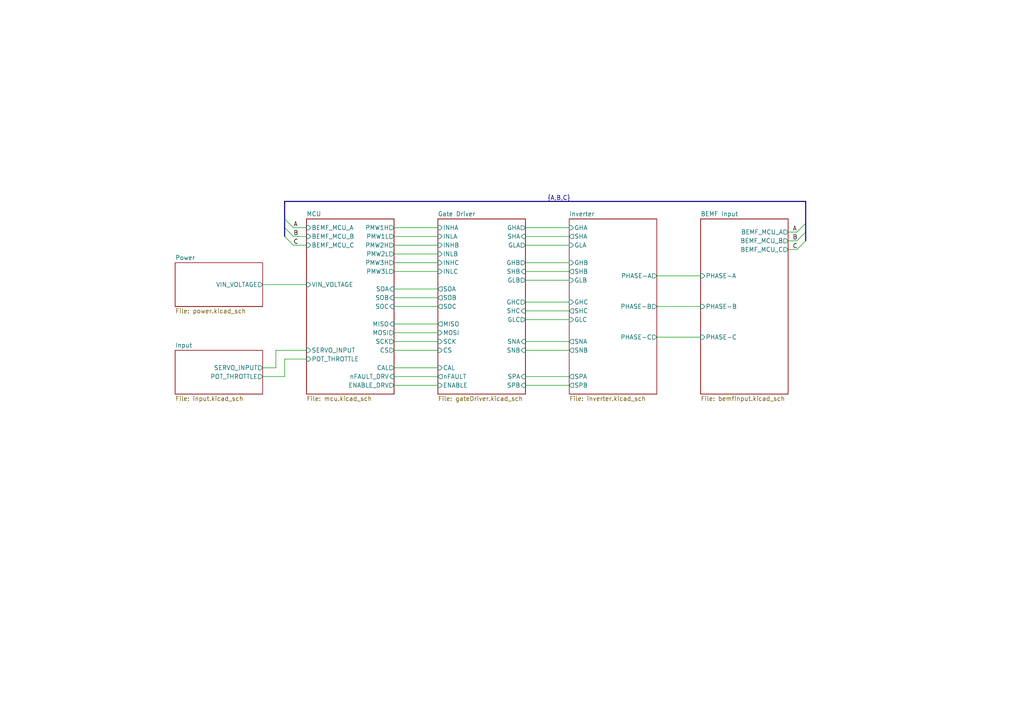
<source format=kicad_sch>
(kicad_sch
	(version 20231120)
	(generator "eeschema")
	(generator_version "8.0")
	(uuid "9848305e-2739-48e4-8840-e03cabcb3968")
	(paper "A4")
	(lib_symbols)
	(bus_entry
		(at 82.55 63.5)
		(size 2.54 2.54)
		(stroke
			(width 0)
			(type default)
		)
		(uuid "33503cf0-38f3-47f0-a0e9-ae643400b8e3")
	)
	(bus_entry
		(at 233.68 69.85)
		(size -2.54 2.54)
		(stroke
			(width 0)
			(type default)
		)
		(uuid "3bd6ba21-9fcc-46d5-af5d-cc3e0b65198d")
	)
	(bus_entry
		(at 233.68 67.31)
		(size -2.54 2.54)
		(stroke
			(width 0)
			(type default)
		)
		(uuid "51048904-cfe8-4c3e-ad80-7c2228613075")
	)
	(bus_entry
		(at 82.55 68.58)
		(size 2.54 2.54)
		(stroke
			(width 0)
			(type default)
		)
		(uuid "bcf5f810-ac8d-4ed8-8a2e-011ad00e04d8")
	)
	(bus_entry
		(at 233.68 64.77)
		(size -2.54 2.54)
		(stroke
			(width 0)
			(type default)
		)
		(uuid "db54bf5b-2d9b-4d6f-8c93-4baf0a0a0d7e")
	)
	(bus_entry
		(at 82.55 66.04)
		(size 2.54 2.54)
		(stroke
			(width 0)
			(type default)
		)
		(uuid "ecddbfc3-1a34-470f-8431-7f6f4c6de77f")
	)
	(wire
		(pts
			(xy 152.4 101.6) (xy 165.1 101.6)
		)
		(stroke
			(width 0)
			(type default)
		)
		(uuid "002d0a85-6be1-41fc-b95e-cf6a4f40a8e4")
	)
	(wire
		(pts
			(xy 82.55 104.14) (xy 82.55 109.22)
		)
		(stroke
			(width 0)
			(type default)
		)
		(uuid "037d547d-6015-4175-b33e-88c0b758fa8e")
	)
	(wire
		(pts
			(xy 114.3 73.66) (xy 127 73.66)
		)
		(stroke
			(width 0)
			(type default)
		)
		(uuid "07f2267a-5f18-4d43-b1d9-ab3f5ada5b3d")
	)
	(wire
		(pts
			(xy 190.5 88.9) (xy 203.2 88.9)
		)
		(stroke
			(width 0)
			(type default)
		)
		(uuid "0841c0d8-8aef-43f1-9915-4aad34c97c2a")
	)
	(wire
		(pts
			(xy 114.3 83.82) (xy 127 83.82)
		)
		(stroke
			(width 0)
			(type default)
		)
		(uuid "1014e77f-245d-45bc-951b-471ba29f8b70")
	)
	(wire
		(pts
			(xy 114.3 86.36) (xy 127 86.36)
		)
		(stroke
			(width 0)
			(type default)
		)
		(uuid "17e970ba-3bf0-4879-86d8-1b40e6eac8a8")
	)
	(wire
		(pts
			(xy 85.09 71.12) (xy 88.9 71.12)
		)
		(stroke
			(width 0)
			(type default)
		)
		(uuid "19b48a58-0895-4957-99f4-413b7519a010")
	)
	(wire
		(pts
			(xy 80.01 101.6) (xy 88.9 101.6)
		)
		(stroke
			(width 0)
			(type default)
		)
		(uuid "1a99b9fa-5699-46f8-ab96-d57cbee697c8")
	)
	(wire
		(pts
			(xy 80.01 101.6) (xy 80.01 106.68)
		)
		(stroke
			(width 0)
			(type default)
		)
		(uuid "1ef9cfd4-9a97-4f02-b6f0-0af0ec83e9a8")
	)
	(bus
		(pts
			(xy 233.68 64.77) (xy 233.68 58.42)
		)
		(stroke
			(width 0)
			(type default)
		)
		(uuid "22ad071a-e924-4aaa-a647-00717e8b135e")
	)
	(wire
		(pts
			(xy 114.3 88.9) (xy 127 88.9)
		)
		(stroke
			(width 0)
			(type default)
		)
		(uuid "230f476a-5e7b-4f12-ae23-d2fa71f1d6e6")
	)
	(wire
		(pts
			(xy 228.6 67.31) (xy 231.14 67.31)
		)
		(stroke
			(width 0)
			(type default)
		)
		(uuid "2357090a-e314-4cbe-9d75-0ba1254c353a")
	)
	(bus
		(pts
			(xy 82.55 58.42) (xy 82.55 63.5)
		)
		(stroke
			(width 0)
			(type default)
		)
		(uuid "26ba9075-78c0-43b0-8db8-37a5692ea1da")
	)
	(wire
		(pts
			(xy 152.4 68.58) (xy 165.1 68.58)
		)
		(stroke
			(width 0)
			(type default)
		)
		(uuid "26ed68ed-803d-447e-ae37-21e8646b7d60")
	)
	(wire
		(pts
			(xy 152.4 66.04) (xy 165.1 66.04)
		)
		(stroke
			(width 0)
			(type default)
		)
		(uuid "37334c8c-edbc-484c-bfb3-112a5f60c08e")
	)
	(bus
		(pts
			(xy 82.55 63.5) (xy 82.55 66.04)
		)
		(stroke
			(width 0)
			(type default)
		)
		(uuid "46d53d79-9434-459b-b1fc-d54d80b208a4")
	)
	(wire
		(pts
			(xy 152.4 92.71) (xy 165.1 92.71)
		)
		(stroke
			(width 0)
			(type default)
		)
		(uuid "48c35361-d49f-492c-baeb-59dfd05fde5a")
	)
	(bus
		(pts
			(xy 82.55 66.04) (xy 82.55 68.58)
		)
		(stroke
			(width 0)
			(type default)
		)
		(uuid "500670d9-0dda-46e1-bf1f-e90089396031")
	)
	(wire
		(pts
			(xy 114.3 68.58) (xy 127 68.58)
		)
		(stroke
			(width 0)
			(type default)
		)
		(uuid "54e939ff-da2f-474b-af20-58f7fc07fc1c")
	)
	(wire
		(pts
			(xy 114.3 76.2) (xy 127 76.2)
		)
		(stroke
			(width 0)
			(type default)
		)
		(uuid "558eacc3-dc80-4bac-ac04-7ab03ffe05c6")
	)
	(wire
		(pts
			(xy 152.4 78.74) (xy 165.1 78.74)
		)
		(stroke
			(width 0)
			(type default)
		)
		(uuid "61cf9006-2b8d-40da-a750-23c065ac2b1a")
	)
	(wire
		(pts
			(xy 114.3 109.22) (xy 127 109.22)
		)
		(stroke
			(width 0)
			(type default)
		)
		(uuid "6d50005a-0b81-4374-b582-61f0605ef4e7")
	)
	(wire
		(pts
			(xy 114.3 111.76) (xy 127 111.76)
		)
		(stroke
			(width 0)
			(type default)
		)
		(uuid "6e80fb3c-0d8c-43cb-a86e-f07d852e39d9")
	)
	(wire
		(pts
			(xy 85.09 66.04) (xy 88.9 66.04)
		)
		(stroke
			(width 0)
			(type default)
		)
		(uuid "7037d6ec-e005-4208-afbc-a71830b689b7")
	)
	(wire
		(pts
			(xy 114.3 66.04) (xy 127 66.04)
		)
		(stroke
			(width 0)
			(type default)
		)
		(uuid "71d1629b-2a99-4083-b828-204709264468")
	)
	(wire
		(pts
			(xy 152.4 111.76) (xy 165.1 111.76)
		)
		(stroke
			(width 0)
			(type default)
		)
		(uuid "75ee1799-3c28-45e4-9973-3b7edf78b894")
	)
	(wire
		(pts
			(xy 152.4 71.12) (xy 165.1 71.12)
		)
		(stroke
			(width 0)
			(type default)
		)
		(uuid "7ce8d01c-6c09-4a64-82f4-56c7aae506b9")
	)
	(wire
		(pts
			(xy 228.6 72.39) (xy 231.14 72.39)
		)
		(stroke
			(width 0)
			(type default)
		)
		(uuid "7f6d5b9b-c8ba-42ed-8d60-22669c646005")
	)
	(wire
		(pts
			(xy 114.3 78.74) (xy 127 78.74)
		)
		(stroke
			(width 0)
			(type default)
		)
		(uuid "996af90d-cd63-4212-98fd-4051efcab567")
	)
	(wire
		(pts
			(xy 114.3 99.06) (xy 127 99.06)
		)
		(stroke
			(width 0)
			(type default)
		)
		(uuid "9b340470-fed5-4ad2-bb41-6ddb184a4362")
	)
	(wire
		(pts
			(xy 82.55 109.22) (xy 76.2 109.22)
		)
		(stroke
			(width 0)
			(type default)
		)
		(uuid "9cbd61ea-1680-43d6-9fa1-7a419eea75f9")
	)
	(wire
		(pts
			(xy 114.3 93.98) (xy 127 93.98)
		)
		(stroke
			(width 0)
			(type default)
		)
		(uuid "a4afe11b-033c-4061-b35f-2569231afbc1")
	)
	(wire
		(pts
			(xy 190.5 97.79) (xy 203.2 97.79)
		)
		(stroke
			(width 0)
			(type default)
		)
		(uuid "a6a1575d-cdf1-4e0b-8822-ac6b6adeb26b")
	)
	(wire
		(pts
			(xy 152.4 87.63) (xy 165.1 87.63)
		)
		(stroke
			(width 0)
			(type default)
		)
		(uuid "a73f7a0a-1a20-4fea-9b30-7d36c79b2da4")
	)
	(wire
		(pts
			(xy 190.5 80.01) (xy 203.2 80.01)
		)
		(stroke
			(width 0)
			(type default)
		)
		(uuid "b3f8f00b-8b40-4f13-a5e5-c93a31635f3d")
	)
	(wire
		(pts
			(xy 228.6 69.85) (xy 231.14 69.85)
		)
		(stroke
			(width 0)
			(type default)
		)
		(uuid "b9403ed9-2ba6-43be-9954-7bb3eb67b60d")
	)
	(bus
		(pts
			(xy 233.68 67.31) (xy 233.68 69.85)
		)
		(stroke
			(width 0)
			(type default)
		)
		(uuid "bb19ba54-4ecb-43fe-9ae9-27231854e2e5")
	)
	(wire
		(pts
			(xy 152.4 99.06) (xy 165.1 99.06)
		)
		(stroke
			(width 0)
			(type default)
		)
		(uuid "bb6cb79a-1d98-47ca-9f67-1a1b5833d7a3")
	)
	(bus
		(pts
			(xy 233.68 64.77) (xy 233.68 67.31)
		)
		(stroke
			(width 0)
			(type default)
		)
		(uuid "c36720b1-c3dc-48a6-a6a0-aedb7338dc06")
	)
	(wire
		(pts
			(xy 82.55 104.14) (xy 88.9 104.14)
		)
		(stroke
			(width 0)
			(type default)
		)
		(uuid "c4123443-065e-4ebb-9590-929e9ffd493b")
	)
	(wire
		(pts
			(xy 114.3 96.52) (xy 127 96.52)
		)
		(stroke
			(width 0)
			(type default)
		)
		(uuid "c7f57971-9c58-4485-bdfc-d39c7407b1dc")
	)
	(wire
		(pts
			(xy 114.3 106.68) (xy 127 106.68)
		)
		(stroke
			(width 0)
			(type default)
		)
		(uuid "d473ff47-3b95-47b3-843c-0fddf84fa299")
	)
	(wire
		(pts
			(xy 85.09 68.58) (xy 88.9 68.58)
		)
		(stroke
			(width 0)
			(type default)
		)
		(uuid "d95523da-5bb8-442d-b66e-2c429fec7c01")
	)
	(wire
		(pts
			(xy 114.3 101.6) (xy 127 101.6)
		)
		(stroke
			(width 0)
			(type default)
		)
		(uuid "dc4ec851-9472-4635-a831-a5d544fb3e7e")
	)
	(wire
		(pts
			(xy 152.4 76.2) (xy 165.1 76.2)
		)
		(stroke
			(width 0)
			(type default)
		)
		(uuid "dfe985c3-d113-42f9-b5f5-def1483f6175")
	)
	(wire
		(pts
			(xy 80.01 106.68) (xy 76.2 106.68)
		)
		(stroke
			(width 0)
			(type default)
		)
		(uuid "e056f86f-a5dd-40ee-8638-749581654b9d")
	)
	(wire
		(pts
			(xy 76.2 82.55) (xy 88.9 82.55)
		)
		(stroke
			(width 0)
			(type default)
		)
		(uuid "e204b713-0859-4aa4-8a84-3c6275bb3c2d")
	)
	(wire
		(pts
			(xy 152.4 109.22) (xy 165.1 109.22)
		)
		(stroke
			(width 0)
			(type default)
		)
		(uuid "e29cfadf-6b30-4f56-ac13-44f0681e6bbf")
	)
	(wire
		(pts
			(xy 152.4 90.17) (xy 165.1 90.17)
		)
		(stroke
			(width 0)
			(type default)
		)
		(uuid "ecf2521b-06a8-471c-aafc-fc223c6ce375")
	)
	(wire
		(pts
			(xy 152.4 81.28) (xy 165.1 81.28)
		)
		(stroke
			(width 0)
			(type default)
		)
		(uuid "f780281f-8260-4074-a96b-04c4d9179d4c")
	)
	(bus
		(pts
			(xy 233.68 58.42) (xy 82.55 58.42)
		)
		(stroke
			(width 0)
			(type default)
		)
		(uuid "f7ccd70a-fc44-4770-9613-0b04b4eef182")
	)
	(wire
		(pts
			(xy 114.3 71.12) (xy 127 71.12)
		)
		(stroke
			(width 0)
			(type default)
		)
		(uuid "fb3fdcf6-6f6d-4552-a355-da90c1cd3180")
	)
	(label "B"
		(at 229.87 69.85 0)
		(fields_autoplaced yes)
		(effects
			(font
				(size 1.27 1.27)
			)
			(justify left bottom)
		)
		(uuid "3fa95bef-1d36-406b-b092-80552ac1202d")
	)
	(label "C"
		(at 85.09 71.12 0)
		(fields_autoplaced yes)
		(effects
			(font
				(size 1.27 1.27)
			)
			(justify left bottom)
		)
		(uuid "6b233332-4ccc-4720-90f6-b09091942846")
	)
	(label "A"
		(at 85.09 66.04 0)
		(fields_autoplaced yes)
		(effects
			(font
				(size 1.27 1.27)
			)
			(justify left bottom)
		)
		(uuid "b9a6c964-6a1a-44f7-912e-db2f2398b843")
	)
	(label "C"
		(at 229.87 72.39 0)
		(fields_autoplaced yes)
		(effects
			(font
				(size 1.27 1.27)
			)
			(justify left bottom)
		)
		(uuid "d6cb527e-830c-4b71-b1d2-b6757da521bd")
	)
	(label "A"
		(at 229.87 67.31 0)
		(fields_autoplaced yes)
		(effects
			(font
				(size 1.27 1.27)
			)
			(justify left bottom)
		)
		(uuid "d819d0bd-8e55-4190-aeba-b332393669e0")
	)
	(label "B"
		(at 85.09 68.58 0)
		(fields_autoplaced yes)
		(effects
			(font
				(size 1.27 1.27)
			)
			(justify left bottom)
		)
		(uuid "d96b7a28-026c-4553-b9b8-f25155e97359")
	)
	(label "{A,B,C}"
		(at 158.75 58.42 0)
		(fields_autoplaced yes)
		(effects
			(font
				(size 1.27 1.27)
			)
			(justify left bottom)
		)
		(uuid "de08bd83-fbc8-42cb-9165-e19cfd0c2616")
	)
	(sheet
		(at 50.8 101.6)
		(size 25.4 12.7)
		(fields_autoplaced yes)
		(stroke
			(width 0.1524)
			(type solid)
		)
		(fill
			(color 0 0 0 0.0000)
		)
		(uuid "52845f48-03bd-44ea-ace7-7b2afcefacae")
		(property "Sheetname" "Input"
			(at 50.8 100.8884 0)
			(effects
				(font
					(size 1.27 1.27)
				)
				(justify left bottom)
			)
		)
		(property "Sheetfile" "input.kicad_sch"
			(at 50.8 114.8846 0)
			(effects
				(font
					(size 1.27 1.27)
				)
				(justify left top)
			)
		)
		(pin "POT_THROTTLE" output
			(at 76.2 109.22 0)
			(effects
				(font
					(size 1.27 1.27)
				)
				(justify right)
			)
			(uuid "d228d274-44f3-4391-a97a-948aa3cfcf59")
		)
		(pin "SERVO_INPUT" output
			(at 76.2 106.68 0)
			(effects
				(font
					(size 1.27 1.27)
				)
				(justify right)
			)
			(uuid "fd7a89ef-16ce-40d8-b3b3-11a417b51bf8")
		)
		(instances
			(project "Sensorless_BLDC"
				(path "/9848305e-2739-48e4-8840-e03cabcb3968"
					(page "7")
				)
			)
		)
	)
	(sheet
		(at 88.9 63.5)
		(size 25.4 50.8)
		(fields_autoplaced yes)
		(stroke
			(width 0.1524)
			(type solid)
		)
		(fill
			(color 0 0 0 0.0000)
		)
		(uuid "55283d5b-0067-4bb5-b2ed-38cc029eadda")
		(property "Sheetname" "MCU"
			(at 88.9 62.7884 0)
			(effects
				(font
					(size 1.27 1.27)
				)
				(justify left bottom)
			)
		)
		(property "Sheetfile" "mcu.kicad_sch"
			(at 88.9 114.8846 0)
			(effects
				(font
					(size 1.27 1.27)
				)
				(justify left top)
			)
		)
		(pin "BEMF_MCU_B" input
			(at 88.9 68.58 180)
			(effects
				(font
					(size 1.27 1.27)
				)
				(justify left)
			)
			(uuid "cd1bd72a-db09-4549-8e22-10a8ab25a889")
		)
		(pin "nFAULT_DRV" input
			(at 114.3 109.22 0)
			(effects
				(font
					(size 1.27 1.27)
				)
				(justify right)
			)
			(uuid "1a1a2e31-e2f9-4d9c-bd96-4df64aa5cc27")
		)
		(pin "BEMF_MCU_A" input
			(at 88.9 66.04 180)
			(effects
				(font
					(size 1.27 1.27)
				)
				(justify left)
			)
			(uuid "35fd07c5-4077-45f5-933b-9b9580dc7c72")
		)
		(pin "BEMF_MCU_C" input
			(at 88.9 71.12 180)
			(effects
				(font
					(size 1.27 1.27)
				)
				(justify left)
			)
			(uuid "a1b9482d-5ce0-47dd-ab67-c16f0071cfdd")
		)
		(pin "PMW2L" output
			(at 114.3 73.66 0)
			(effects
				(font
					(size 1.27 1.27)
				)
				(justify right)
			)
			(uuid "8237da11-0d43-48f5-9c40-7e12a52e2585")
		)
		(pin "PMW1L" output
			(at 114.3 68.58 0)
			(effects
				(font
					(size 1.27 1.27)
				)
				(justify right)
			)
			(uuid "a67f9cdd-e0f3-443d-88a3-10f0b88eca88")
		)
		(pin "PMW3L" output
			(at 114.3 78.74 0)
			(effects
				(font
					(size 1.27 1.27)
				)
				(justify right)
			)
			(uuid "69ec3f1e-f8dd-46e0-bccc-c233ce20e57c")
		)
		(pin "PMW2H" output
			(at 114.3 71.12 0)
			(effects
				(font
					(size 1.27 1.27)
				)
				(justify right)
			)
			(uuid "1835d5b1-ac0b-4362-9e39-3abeea05bf80")
		)
		(pin "PMW1H" output
			(at 114.3 66.04 0)
			(effects
				(font
					(size 1.27 1.27)
				)
				(justify right)
			)
			(uuid "2d7a5a1a-7edf-44c9-bc72-4703a8a31b74")
		)
		(pin "PMW3H" output
			(at 114.3 76.2 0)
			(effects
				(font
					(size 1.27 1.27)
				)
				(justify right)
			)
			(uuid "cc46b83b-3050-4de9-92b0-7ac3d5f4bf5a")
		)
		(pin "SCK" output
			(at 114.3 99.06 0)
			(effects
				(font
					(size 1.27 1.27)
				)
				(justify right)
			)
			(uuid "4cdf1864-573b-4ba1-922a-6c12694a8b5d")
		)
		(pin "CS" output
			(at 114.3 101.6 0)
			(effects
				(font
					(size 1.27 1.27)
				)
				(justify right)
			)
			(uuid "e31ae68b-ac4f-4bc0-a993-b50ed259d9e2")
		)
		(pin "MISO" input
			(at 114.3 93.98 0)
			(effects
				(font
					(size 1.27 1.27)
				)
				(justify right)
			)
			(uuid "3563f1c7-e912-4bd5-bcbb-8351e6a844d4")
		)
		(pin "MOSI" output
			(at 114.3 96.52 0)
			(effects
				(font
					(size 1.27 1.27)
				)
				(justify right)
			)
			(uuid "8019e509-4129-4013-87a1-bc96c0e85df7")
		)
		(pin "CAL" output
			(at 114.3 106.68 0)
			(effects
				(font
					(size 1.27 1.27)
				)
				(justify right)
			)
			(uuid "3e338e5b-19c0-43d2-889b-c559d65a4cca")
		)
		(pin "ENABLE_DRV" output
			(at 114.3 111.76 0)
			(effects
				(font
					(size 1.27 1.27)
				)
				(justify right)
			)
			(uuid "0c012d57-b46a-48c3-9252-a0985c41621f")
		)
		(pin "SOA" input
			(at 114.3 83.82 0)
			(effects
				(font
					(size 1.27 1.27)
				)
				(justify right)
			)
			(uuid "09b41a5f-6cea-4286-a80b-93a9d7c008b1")
		)
		(pin "SOB" input
			(at 114.3 86.36 0)
			(effects
				(font
					(size 1.27 1.27)
				)
				(justify right)
			)
			(uuid "413b72ed-6e1c-4f20-9329-a131bf9cce5c")
		)
		(pin "SOC" input
			(at 114.3 88.9 0)
			(effects
				(font
					(size 1.27 1.27)
				)
				(justify right)
			)
			(uuid "d1dc889c-969b-4bdd-b93b-9717dbd7084a")
		)
		(pin "SERVO_INPUT" input
			(at 88.9 101.6 180)
			(effects
				(font
					(size 1.27 1.27)
				)
				(justify left)
			)
			(uuid "032ecbfa-2164-4650-b3ff-b224a5487602")
		)
		(pin "POT_THROTTLE" input
			(at 88.9 104.14 180)
			(effects
				(font
					(size 1.27 1.27)
				)
				(justify left)
			)
			(uuid "8f8aabaf-3456-4b3c-97bb-dc9c17692084")
		)
		(pin "VIN_VOLTAGE" input
			(at 88.9 82.55 180)
			(effects
				(font
					(size 1.27 1.27)
				)
				(justify left)
			)
			(uuid "3f88a921-deaf-467f-a176-dc439e64a80d")
		)
		(instances
			(project "Sensorless_BLDC"
				(path "/9848305e-2739-48e4-8840-e03cabcb3968"
					(page "6")
				)
			)
		)
	)
	(sheet
		(at 127 63.5)
		(size 25.4 50.8)
		(fields_autoplaced yes)
		(stroke
			(width 0.1524)
			(type solid)
		)
		(fill
			(color 0 0 0 0.0000)
		)
		(uuid "7c1e7c10-4f97-4a2d-b11c-dc02639cb1d0")
		(property "Sheetname" "Gate Driver"
			(at 127 62.7884 0)
			(effects
				(font
					(size 1.27 1.27)
				)
				(justify left bottom)
			)
		)
		(property "Sheetfile" "gateDriver.kicad_sch"
			(at 127 114.8846 0)
			(effects
				(font
					(size 1.27 1.27)
				)
				(justify left top)
			)
		)
		(pin "nFAULT" output
			(at 127 109.22 180)
			(effects
				(font
					(size 1.27 1.27)
				)
				(justify left)
			)
			(uuid "15db97e1-1d57-4028-bd67-50ad44d20556")
		)
		(pin "GHC" output
			(at 152.4 87.63 0)
			(effects
				(font
					(size 1.27 1.27)
				)
				(justify right)
			)
			(uuid "ecd5ec13-6751-4b7c-b479-349bb43c8667")
		)
		(pin "SHC" input
			(at 152.4 90.17 0)
			(effects
				(font
					(size 1.27 1.27)
				)
				(justify right)
			)
			(uuid "51b6bf1a-c531-4d24-b5a5-dd2ce226dd44")
		)
		(pin "GLC" output
			(at 152.4 92.71 0)
			(effects
				(font
					(size 1.27 1.27)
				)
				(justify right)
			)
			(uuid "58e0c2cd-7731-4ab5-943e-d413f58b33ec")
		)
		(pin "GHA" output
			(at 152.4 66.04 0)
			(effects
				(font
					(size 1.27 1.27)
				)
				(justify right)
			)
			(uuid "d0623278-24cb-46df-a88f-ae8d7cbe9e0e")
		)
		(pin "SHA" input
			(at 152.4 68.58 0)
			(effects
				(font
					(size 1.27 1.27)
				)
				(justify right)
			)
			(uuid "f956d43f-7d19-4348-9ddb-bfa0ebf6bda0")
		)
		(pin "GLA" output
			(at 152.4 71.12 0)
			(effects
				(font
					(size 1.27 1.27)
				)
				(justify right)
			)
			(uuid "bb842f03-579d-437c-85f5-96a1ff7781e8")
		)
		(pin "GLB" output
			(at 152.4 81.28 0)
			(effects
				(font
					(size 1.27 1.27)
				)
				(justify right)
			)
			(uuid "ce860cc4-fefc-40a7-8952-fc1cc024df75")
		)
		(pin "SHB" input
			(at 152.4 78.74 0)
			(effects
				(font
					(size 1.27 1.27)
				)
				(justify right)
			)
			(uuid "872590b3-959e-42be-a515-0f3c30024d7b")
		)
		(pin "GHB" output
			(at 152.4 76.2 0)
			(effects
				(font
					(size 1.27 1.27)
				)
				(justify right)
			)
			(uuid "7dd5b7c1-ce9b-4e73-b508-36ca86aa1021")
		)
		(pin "SPB" input
			(at 152.4 111.76 0)
			(effects
				(font
					(size 1.27 1.27)
				)
				(justify right)
			)
			(uuid "ff8abeee-6916-4f36-b25c-117fb2ef8f2f")
		)
		(pin "SNB" input
			(at 152.4 101.6 0)
			(effects
				(font
					(size 1.27 1.27)
				)
				(justify right)
			)
			(uuid "145e0396-ba18-41b3-aae1-dfc5c7a069d3")
		)
		(pin "SPA" input
			(at 152.4 109.22 0)
			(effects
				(font
					(size 1.27 1.27)
				)
				(justify right)
			)
			(uuid "ec119979-4b56-4725-91aa-aef5471bbeaf")
		)
		(pin "SNA" input
			(at 152.4 99.06 0)
			(effects
				(font
					(size 1.27 1.27)
				)
				(justify right)
			)
			(uuid "2ee5b00f-a22b-4f90-99c1-2bb86cbaab02")
		)
		(pin "ENABLE" input
			(at 127 111.76 180)
			(effects
				(font
					(size 1.27 1.27)
				)
				(justify left)
			)
			(uuid "9a7fc429-bda3-4b8b-9db3-98234c1f5fe0")
		)
		(pin "INHA" input
			(at 127 66.04 180)
			(effects
				(font
					(size 1.27 1.27)
				)
				(justify left)
			)
			(uuid "23fb9366-1dfb-48d3-969c-9830a58904ec")
		)
		(pin "INLA" input
			(at 127 68.58 180)
			(effects
				(font
					(size 1.27 1.27)
				)
				(justify left)
			)
			(uuid "c3fbb9c5-6d00-4099-9b75-7c620eaae00b")
		)
		(pin "CAL" input
			(at 127 106.68 180)
			(effects
				(font
					(size 1.27 1.27)
				)
				(justify left)
			)
			(uuid "7936f6c8-8a69-437d-a05c-429127edfc77")
		)
		(pin "SOA" output
			(at 127 83.82 180)
			(effects
				(font
					(size 1.27 1.27)
				)
				(justify left)
			)
			(uuid "4eb1b473-e49d-4740-90cb-670c8ac7ddc9")
		)
		(pin "SOB" output
			(at 127 86.36 180)
			(effects
				(font
					(size 1.27 1.27)
				)
				(justify left)
			)
			(uuid "81fb7de5-b75d-4062-871e-0cd1328fba64")
		)
		(pin "INHB" input
			(at 127 71.12 180)
			(effects
				(font
					(size 1.27 1.27)
				)
				(justify left)
			)
			(uuid "d80ff8c7-2a45-4939-a7d0-9050ffca38f1")
		)
		(pin "SOC" output
			(at 127 88.9 180)
			(effects
				(font
					(size 1.27 1.27)
				)
				(justify left)
			)
			(uuid "075fec07-76ca-410a-829d-894f59cd9f98")
		)
		(pin "INLB" input
			(at 127 73.66 180)
			(effects
				(font
					(size 1.27 1.27)
				)
				(justify left)
			)
			(uuid "446e42ce-4661-4283-8f41-f517c4f2ed32")
		)
		(pin "INHC" input
			(at 127 76.2 180)
			(effects
				(font
					(size 1.27 1.27)
				)
				(justify left)
			)
			(uuid "53d72f33-815b-4f1a-a53e-16061e313433")
		)
		(pin "INLC" input
			(at 127 78.74 180)
			(effects
				(font
					(size 1.27 1.27)
				)
				(justify left)
			)
			(uuid "f6a69675-959b-441d-bcfe-2d2fef3d0f62")
		)
		(pin "MISO" output
			(at 127 93.98 180)
			(effects
				(font
					(size 1.27 1.27)
				)
				(justify left)
			)
			(uuid "f14989f6-5e1b-4b85-8f66-780c3dedc133")
		)
		(pin "MOSI" input
			(at 127 96.52 180)
			(effects
				(font
					(size 1.27 1.27)
				)
				(justify left)
			)
			(uuid "fd439878-a129-45e7-b649-6051ce023b87")
		)
		(pin "SCK" input
			(at 127 99.06 180)
			(effects
				(font
					(size 1.27 1.27)
				)
				(justify left)
			)
			(uuid "f0b51fa3-04ee-4338-be5d-64ab6b89c0bb")
		)
		(pin "CS" input
			(at 127 101.6 180)
			(effects
				(font
					(size 1.27 1.27)
				)
				(justify left)
			)
			(uuid "b4ba3c57-b8f2-45c6-9ff0-ec31cb188c31")
		)
		(instances
			(project "Sensorless_BLDC"
				(path "/9848305e-2739-48e4-8840-e03cabcb3968"
					(page "4")
				)
			)
		)
	)
	(sheet
		(at 165.1 63.5)
		(size 25.4 50.8)
		(fields_autoplaced yes)
		(stroke
			(width 0.1524)
			(type solid)
		)
		(fill
			(color 0 0 0 0.0000)
		)
		(uuid "ab21032b-bdd3-492a-b871-d3a71e98345d")
		(property "Sheetname" "Inverter"
			(at 165.1 62.7884 0)
			(effects
				(font
					(size 1.27 1.27)
				)
				(justify left bottom)
			)
		)
		(property "Sheetfile" "inverter.kicad_sch"
			(at 165.1 114.8846 0)
			(effects
				(font
					(size 1.27 1.27)
				)
				(justify left top)
			)
		)
		(pin "SHB" output
			(at 165.1 78.74 180)
			(effects
				(font
					(size 1.27 1.27)
				)
				(justify left)
			)
			(uuid "686506e6-ac8c-4328-b530-d963ed31e7b6")
		)
		(pin "SNA" output
			(at 165.1 99.06 180)
			(effects
				(font
					(size 1.27 1.27)
				)
				(justify left)
			)
			(uuid "6b847e8e-92d6-42a7-811a-b52da1e34a89")
		)
		(pin "SPA" output
			(at 165.1 109.22 180)
			(effects
				(font
					(size 1.27 1.27)
				)
				(justify left)
			)
			(uuid "3e0797fe-afa6-4a04-9e5e-bf6db98ac784")
		)
		(pin "GLA" input
			(at 165.1 71.12 180)
			(effects
				(font
					(size 1.27 1.27)
				)
				(justify left)
			)
			(uuid "4212d4de-09c2-454b-bf0e-e845826a615b")
		)
		(pin "GHA" input
			(at 165.1 66.04 180)
			(effects
				(font
					(size 1.27 1.27)
				)
				(justify left)
			)
			(uuid "31da0505-4af3-40bd-bd38-63c1ad713a03")
		)
		(pin "SHA" output
			(at 165.1 68.58 180)
			(effects
				(font
					(size 1.27 1.27)
				)
				(justify left)
			)
			(uuid "03791088-1af9-4115-8241-b2c201710012")
		)
		(pin "SPB" output
			(at 165.1 111.76 180)
			(effects
				(font
					(size 1.27 1.27)
				)
				(justify left)
			)
			(uuid "1c9ebe8d-94ba-409b-b7f1-32445c0d0da3")
		)
		(pin "SNB" output
			(at 165.1 101.6 180)
			(effects
				(font
					(size 1.27 1.27)
				)
				(justify left)
			)
			(uuid "eee78ba8-289e-4615-a755-42198fb60db3")
		)
		(pin "GHB" input
			(at 165.1 76.2 180)
			(effects
				(font
					(size 1.27 1.27)
				)
				(justify left)
			)
			(uuid "a00e7b97-30d3-4278-b6c8-09d83a10ace0")
		)
		(pin "SHC" output
			(at 165.1 90.17 180)
			(effects
				(font
					(size 1.27 1.27)
				)
				(justify left)
			)
			(uuid "d70d4785-3260-4d2a-8ad6-43c8a07698e7")
		)
		(pin "GLC" input
			(at 165.1 92.71 180)
			(effects
				(font
					(size 1.27 1.27)
				)
				(justify left)
			)
			(uuid "6cb941d8-5b2c-4837-997c-dfe525ecaa6a")
		)
		(pin "GHC" input
			(at 165.1 87.63 180)
			(effects
				(font
					(size 1.27 1.27)
				)
				(justify left)
			)
			(uuid "c05f94d1-e54e-490b-b163-314c5a26e757")
		)
		(pin "GLB" input
			(at 165.1 81.28 180)
			(effects
				(font
					(size 1.27 1.27)
				)
				(justify left)
			)
			(uuid "277d5ea0-3cd2-4b0a-8ab6-978fbd848585")
		)
		(pin "PHASE-C" output
			(at 190.5 97.79 0)
			(effects
				(font
					(size 1.27 1.27)
				)
				(justify right)
			)
			(uuid "b2e66f76-0f52-4509-98a3-b83f0a743b4d")
		)
		(pin "PHASE-A" output
			(at 190.5 80.01 0)
			(effects
				(font
					(size 1.27 1.27)
				)
				(justify right)
			)
			(uuid "28614382-fd6c-4bb5-900d-a149f933ae71")
		)
		(pin "PHASE-B" output
			(at 190.5 88.9 0)
			(effects
				(font
					(size 1.27 1.27)
				)
				(justify right)
			)
			(uuid "1e622bd5-8f5a-4f9d-848d-d2812740bf01")
		)
		(instances
			(project "Sensorless_BLDC"
				(path "/9848305e-2739-48e4-8840-e03cabcb3968"
					(page "3")
				)
			)
		)
	)
	(sheet
		(at 203.2 63.5)
		(size 25.4 50.8)
		(fields_autoplaced yes)
		(stroke
			(width 0.1524)
			(type solid)
		)
		(fill
			(color 0 0 0 0.0000)
		)
		(uuid "c65afa4c-7ff5-47c9-bda6-37d293409a18")
		(property "Sheetname" "BEMF Input"
			(at 203.2 62.7884 0)
			(effects
				(font
					(size 1.27 1.27)
				)
				(justify left bottom)
			)
		)
		(property "Sheetfile" "bemfInput.kicad_sch"
			(at 203.2 114.8846 0)
			(effects
				(font
					(size 1.27 1.27)
				)
				(justify left top)
			)
		)
		(pin "PHASE-A" input
			(at 203.2 80.01 180)
			(effects
				(font
					(size 1.27 1.27)
				)
				(justify left)
			)
			(uuid "b86d7744-7902-43dd-98ef-6b680df095bf")
		)
		(pin "PHASE-B" input
			(at 203.2 88.9 180)
			(effects
				(font
					(size 1.27 1.27)
				)
				(justify left)
			)
			(uuid "0189fac3-1d91-4839-a6cd-15e13dfd588f")
		)
		(pin "PHASE-C" input
			(at 203.2 97.79 180)
			(effects
				(font
					(size 1.27 1.27)
				)
				(justify left)
			)
			(uuid "8c448d8f-0858-4f69-a9af-8be6aefab497")
		)
		(pin "BEMF_MCU_A" output
			(at 228.6 67.31 0)
			(effects
				(font
					(size 1.27 1.27)
				)
				(justify right)
			)
			(uuid "17feb81c-5131-4e4c-ae0a-91b6d63ef29a")
		)
		(pin "BEMF_MCU_C" output
			(at 228.6 72.39 0)
			(effects
				(font
					(size 1.27 1.27)
				)
				(justify right)
			)
			(uuid "bd9acb17-1306-48d2-931b-bbea58e287ca")
		)
		(pin "BEMF_MCU_B" output
			(at 228.6 69.85 0)
			(effects
				(font
					(size 1.27 1.27)
				)
				(justify right)
			)
			(uuid "f26930c4-9288-4fde-84c8-977d99c6fa3a")
		)
		(instances
			(project "Sensorless_BLDC"
				(path "/9848305e-2739-48e4-8840-e03cabcb3968"
					(page "5")
				)
			)
		)
	)
	(sheet
		(at 50.8 76.2)
		(size 25.4 12.7)
		(fields_autoplaced yes)
		(stroke
			(width 0.1524)
			(type solid)
		)
		(fill
			(color 0 0 0 0.0000)
		)
		(uuid "f41ae240-6242-48f0-b90c-ef62f9bb40d0")
		(property "Sheetname" "Power"
			(at 50.8 75.4884 0)
			(effects
				(font
					(size 1.27 1.27)
				)
				(justify left bottom)
			)
		)
		(property "Sheetfile" "power.kicad_sch"
			(at 50.8 89.4846 0)
			(effects
				(font
					(size 1.27 1.27)
				)
				(justify left top)
			)
		)
		(pin "VIN_VOLTAGE" output
			(at 76.2 82.55 0)
			(effects
				(font
					(size 1.27 1.27)
				)
				(justify right)
			)
			(uuid "0226d1fc-ff52-4055-a5d5-daaabbe539b7")
		)
		(instances
			(project "Sensorless_BLDC"
				(path "/9848305e-2739-48e4-8840-e03cabcb3968"
					(page "2")
				)
			)
		)
	)
	(sheet_instances
		(path "/"
			(page "1")
		)
	)
)

</source>
